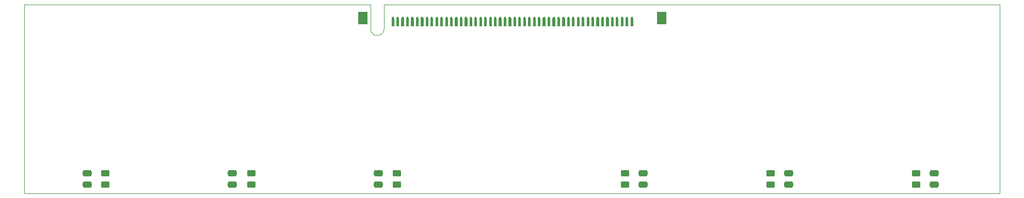
<source format=gbr>
%TF.GenerationSoftware,KiCad,Pcbnew,(7.0.0)*%
%TF.CreationDate,2023-07-14T10:40:59+02:00*%
%TF.ProjectId,RD53B_Quad_6DP_to_ERF8_Data_Adapter,52443533-425f-4517-9561-645f3644505f,V1*%
%TF.SameCoordinates,PX1767f18PY451e560*%
%TF.FileFunction,Paste,Bot*%
%TF.FilePolarity,Positive*%
%FSLAX46Y46*%
G04 Gerber Fmt 4.6, Leading zero omitted, Abs format (unit mm)*
G04 Created by KiCad (PCBNEW (7.0.0)) date 2023-07-14 10:40:59*
%MOMM*%
%LPD*%
G01*
G04 APERTURE LIST*
G04 Aperture macros list*
%AMRoundRect*
0 Rectangle with rounded corners*
0 $1 Rounding radius*
0 $2 $3 $4 $5 $6 $7 $8 $9 X,Y pos of 4 corners*
0 Add a 4 corners polygon primitive as box body*
4,1,4,$2,$3,$4,$5,$6,$7,$8,$9,$2,$3,0*
0 Add four circle primitives for the rounded corners*
1,1,$1+$1,$2,$3*
1,1,$1+$1,$4,$5*
1,1,$1+$1,$6,$7*
1,1,$1+$1,$8,$9*
0 Add four rect primitives between the rounded corners*
20,1,$1+$1,$2,$3,$4,$5,0*
20,1,$1+$1,$4,$5,$6,$7,0*
20,1,$1+$1,$6,$7,$8,$9,0*
20,1,$1+$1,$8,$9,$2,$3,0*%
G04 Aperture macros list end*
%ADD10C,0.010000*%
%ADD11R,1.500000X2.000000*%
%ADD12RoundRect,0.250000X-0.475000X0.250000X-0.475000X-0.250000X0.475000X-0.250000X0.475000X0.250000X0*%
%ADD13RoundRect,0.250000X-0.450000X0.262500X-0.450000X-0.262500X0.450000X-0.262500X0.450000X0.262500X0*%
%TA.AperFunction,Profile*%
%ADD14C,0.010000*%
%TD*%
G04 APERTURE END LIST*
%TO.C,J7*%
G36*
X60578000Y28775000D02*
G01*
X60578000Y27505000D01*
X60218000Y27505000D01*
X60218000Y28775000D01*
X60398000Y29035000D01*
X60578000Y28775000D01*
G37*
D10*
X60578000Y28775000D02*
X60578000Y27505000D01*
X60218000Y27505000D01*
X60218000Y28775000D01*
X60398000Y29035000D01*
X60578000Y28775000D01*
G36*
X61378000Y28775000D02*
G01*
X61378000Y27505000D01*
X61018000Y27505000D01*
X61018000Y28775000D01*
X61198000Y29035000D01*
X61378000Y28775000D01*
G37*
X61378000Y28775000D02*
X61378000Y27505000D01*
X61018000Y27505000D01*
X61018000Y28775000D01*
X61198000Y29035000D01*
X61378000Y28775000D01*
G36*
X62178000Y28775000D02*
G01*
X62178000Y27505000D01*
X61818000Y27505000D01*
X61818000Y28775000D01*
X61998000Y29035000D01*
X62178000Y28775000D01*
G37*
X62178000Y28775000D02*
X62178000Y27505000D01*
X61818000Y27505000D01*
X61818000Y28775000D01*
X61998000Y29035000D01*
X62178000Y28775000D01*
G36*
X62978000Y28775000D02*
G01*
X62978000Y27505000D01*
X62618000Y27505000D01*
X62618000Y28775000D01*
X62798000Y29035000D01*
X62978000Y28775000D01*
G37*
X62978000Y28775000D02*
X62978000Y27505000D01*
X62618000Y27505000D01*
X62618000Y28775000D01*
X62798000Y29035000D01*
X62978000Y28775000D01*
G36*
X63778000Y28775000D02*
G01*
X63778000Y27505000D01*
X63418000Y27505000D01*
X63418000Y28775000D01*
X63598000Y29035000D01*
X63778000Y28775000D01*
G37*
X63778000Y28775000D02*
X63778000Y27505000D01*
X63418000Y27505000D01*
X63418000Y28775000D01*
X63598000Y29035000D01*
X63778000Y28775000D01*
G36*
X64578000Y28775000D02*
G01*
X64578000Y27505000D01*
X64218000Y27505000D01*
X64218000Y28775000D01*
X64398000Y29035000D01*
X64578000Y28775000D01*
G37*
X64578000Y28775000D02*
X64578000Y27505000D01*
X64218000Y27505000D01*
X64218000Y28775000D01*
X64398000Y29035000D01*
X64578000Y28775000D01*
G36*
X65378000Y28775000D02*
G01*
X65378000Y27505000D01*
X65018000Y27505000D01*
X65018000Y28775000D01*
X65198000Y29035000D01*
X65378000Y28775000D01*
G37*
X65378000Y28775000D02*
X65378000Y27505000D01*
X65018000Y27505000D01*
X65018000Y28775000D01*
X65198000Y29035000D01*
X65378000Y28775000D01*
G36*
X66178000Y28775000D02*
G01*
X66178000Y27505000D01*
X65818000Y27505000D01*
X65818000Y28775000D01*
X65998000Y29035000D01*
X66178000Y28775000D01*
G37*
X66178000Y28775000D02*
X66178000Y27505000D01*
X65818000Y27505000D01*
X65818000Y28775000D01*
X65998000Y29035000D01*
X66178000Y28775000D01*
G36*
X66978000Y28775000D02*
G01*
X66978000Y27505000D01*
X66618000Y27505000D01*
X66618000Y28775000D01*
X66798000Y29035000D01*
X66978000Y28775000D01*
G37*
X66978000Y28775000D02*
X66978000Y27505000D01*
X66618000Y27505000D01*
X66618000Y28775000D01*
X66798000Y29035000D01*
X66978000Y28775000D01*
G36*
X67778000Y28775000D02*
G01*
X67778000Y27505000D01*
X67418000Y27505000D01*
X67418000Y28775000D01*
X67598000Y29035000D01*
X67778000Y28775000D01*
G37*
X67778000Y28775000D02*
X67778000Y27505000D01*
X67418000Y27505000D01*
X67418000Y28775000D01*
X67598000Y29035000D01*
X67778000Y28775000D01*
G36*
X68578000Y28775000D02*
G01*
X68578000Y27505000D01*
X68218000Y27505000D01*
X68218000Y28775000D01*
X68398000Y29035000D01*
X68578000Y28775000D01*
G37*
X68578000Y28775000D02*
X68578000Y27505000D01*
X68218000Y27505000D01*
X68218000Y28775000D01*
X68398000Y29035000D01*
X68578000Y28775000D01*
G36*
X69378000Y28775000D02*
G01*
X69378000Y27505000D01*
X69018000Y27505000D01*
X69018000Y28775000D01*
X69198000Y29035000D01*
X69378000Y28775000D01*
G37*
X69378000Y28775000D02*
X69378000Y27505000D01*
X69018000Y27505000D01*
X69018000Y28775000D01*
X69198000Y29035000D01*
X69378000Y28775000D01*
G36*
X70178000Y28775000D02*
G01*
X70178000Y27505000D01*
X69818000Y27505000D01*
X69818000Y28775000D01*
X69998000Y29035000D01*
X70178000Y28775000D01*
G37*
X70178000Y28775000D02*
X70178000Y27505000D01*
X69818000Y27505000D01*
X69818000Y28775000D01*
X69998000Y29035000D01*
X70178000Y28775000D01*
G36*
X70978000Y28775000D02*
G01*
X70978000Y27505000D01*
X70618000Y27505000D01*
X70618000Y28775000D01*
X70798000Y29035000D01*
X70978000Y28775000D01*
G37*
X70978000Y28775000D02*
X70978000Y27505000D01*
X70618000Y27505000D01*
X70618000Y28775000D01*
X70798000Y29035000D01*
X70978000Y28775000D01*
G36*
X71778000Y28775000D02*
G01*
X71778000Y27505000D01*
X71418000Y27505000D01*
X71418000Y28775000D01*
X71598000Y29035000D01*
X71778000Y28775000D01*
G37*
X71778000Y28775000D02*
X71778000Y27505000D01*
X71418000Y27505000D01*
X71418000Y28775000D01*
X71598000Y29035000D01*
X71778000Y28775000D01*
G36*
X72578000Y28775000D02*
G01*
X72578000Y27505000D01*
X72218000Y27505000D01*
X72218000Y28775000D01*
X72398000Y29035000D01*
X72578000Y28775000D01*
G37*
X72578000Y28775000D02*
X72578000Y27505000D01*
X72218000Y27505000D01*
X72218000Y28775000D01*
X72398000Y29035000D01*
X72578000Y28775000D01*
G36*
X73378000Y28775000D02*
G01*
X73378000Y27505000D01*
X73018000Y27505000D01*
X73018000Y28775000D01*
X73198000Y29035000D01*
X73378000Y28775000D01*
G37*
X73378000Y28775000D02*
X73378000Y27505000D01*
X73018000Y27505000D01*
X73018000Y28775000D01*
X73198000Y29035000D01*
X73378000Y28775000D01*
G36*
X74178000Y28775000D02*
G01*
X74178000Y27505000D01*
X73818000Y27505000D01*
X73818000Y28775000D01*
X73998000Y29035000D01*
X74178000Y28775000D01*
G37*
X74178000Y28775000D02*
X74178000Y27505000D01*
X73818000Y27505000D01*
X73818000Y28775000D01*
X73998000Y29035000D01*
X74178000Y28775000D01*
G36*
X74978000Y28775000D02*
G01*
X74978000Y27505000D01*
X74618000Y27505000D01*
X74618000Y28775000D01*
X74798000Y29035000D01*
X74978000Y28775000D01*
G37*
X74978000Y28775000D02*
X74978000Y27505000D01*
X74618000Y27505000D01*
X74618000Y28775000D01*
X74798000Y29035000D01*
X74978000Y28775000D01*
G36*
X75778000Y28775000D02*
G01*
X75778000Y27505000D01*
X75418000Y27505000D01*
X75418000Y28775000D01*
X75598000Y29035000D01*
X75778000Y28775000D01*
G37*
X75778000Y28775000D02*
X75778000Y27505000D01*
X75418000Y27505000D01*
X75418000Y28775000D01*
X75598000Y29035000D01*
X75778000Y28775000D01*
G36*
X76578000Y28775000D02*
G01*
X76578000Y27505000D01*
X76218000Y27505000D01*
X76218000Y28775000D01*
X76398000Y29035000D01*
X76578000Y28775000D01*
G37*
X76578000Y28775000D02*
X76578000Y27505000D01*
X76218000Y27505000D01*
X76218000Y28775000D01*
X76398000Y29035000D01*
X76578000Y28775000D01*
G36*
X77378000Y28775000D02*
G01*
X77378000Y27505000D01*
X77018000Y27505000D01*
X77018000Y28775000D01*
X77198000Y29035000D01*
X77378000Y28775000D01*
G37*
X77378000Y28775000D02*
X77378000Y27505000D01*
X77018000Y27505000D01*
X77018000Y28775000D01*
X77198000Y29035000D01*
X77378000Y28775000D01*
G36*
X78178000Y28775000D02*
G01*
X78178000Y27505000D01*
X77818000Y27505000D01*
X77818000Y28775000D01*
X77998000Y29035000D01*
X78178000Y28775000D01*
G37*
X78178000Y28775000D02*
X78178000Y27505000D01*
X77818000Y27505000D01*
X77818000Y28775000D01*
X77998000Y29035000D01*
X78178000Y28775000D01*
G36*
X78978000Y28775000D02*
G01*
X78978000Y27505000D01*
X78618000Y27505000D01*
X78618000Y28775000D01*
X78798000Y29035000D01*
X78978000Y28775000D01*
G37*
X78978000Y28775000D02*
X78978000Y27505000D01*
X78618000Y27505000D01*
X78618000Y28775000D01*
X78798000Y29035000D01*
X78978000Y28775000D01*
G36*
X79778000Y28775000D02*
G01*
X79778000Y27505000D01*
X79418000Y27505000D01*
X79418000Y28775000D01*
X79598000Y29035000D01*
X79778000Y28775000D01*
G37*
X79778000Y28775000D02*
X79778000Y27505000D01*
X79418000Y27505000D01*
X79418000Y28775000D01*
X79598000Y29035000D01*
X79778000Y28775000D01*
G36*
X80578000Y28775000D02*
G01*
X80578000Y27505000D01*
X80218000Y27505000D01*
X80218000Y28775000D01*
X80398000Y29035000D01*
X80578000Y28775000D01*
G37*
X80578000Y28775000D02*
X80578000Y27505000D01*
X80218000Y27505000D01*
X80218000Y28775000D01*
X80398000Y29035000D01*
X80578000Y28775000D01*
G36*
X81378000Y28775000D02*
G01*
X81378000Y27505000D01*
X81018000Y27505000D01*
X81018000Y28775000D01*
X81198000Y29035000D01*
X81378000Y28775000D01*
G37*
X81378000Y28775000D02*
X81378000Y27505000D01*
X81018000Y27505000D01*
X81018000Y28775000D01*
X81198000Y29035000D01*
X81378000Y28775000D01*
G36*
X82178000Y28775000D02*
G01*
X82178000Y27505000D01*
X81818000Y27505000D01*
X81818000Y28775000D01*
X81998000Y29035000D01*
X82178000Y28775000D01*
G37*
X82178000Y28775000D02*
X82178000Y27505000D01*
X81818000Y27505000D01*
X81818000Y28775000D01*
X81998000Y29035000D01*
X82178000Y28775000D01*
G36*
X82978000Y28775000D02*
G01*
X82978000Y27505000D01*
X82618000Y27505000D01*
X82618000Y28775000D01*
X82798000Y29035000D01*
X82978000Y28775000D01*
G37*
X82978000Y28775000D02*
X82978000Y27505000D01*
X82618000Y27505000D01*
X82618000Y28775000D01*
X82798000Y29035000D01*
X82978000Y28775000D01*
G36*
X83778000Y28775000D02*
G01*
X83778000Y27505000D01*
X83418000Y27505000D01*
X83418000Y28775000D01*
X83598000Y29035000D01*
X83778000Y28775000D01*
G37*
X83778000Y28775000D02*
X83778000Y27505000D01*
X83418000Y27505000D01*
X83418000Y28775000D01*
X83598000Y29035000D01*
X83778000Y28775000D01*
G36*
X84578000Y28775000D02*
G01*
X84578000Y27505000D01*
X84218000Y27505000D01*
X84218000Y28775000D01*
X84398000Y29035000D01*
X84578000Y28775000D01*
G37*
X84578000Y28775000D02*
X84578000Y27505000D01*
X84218000Y27505000D01*
X84218000Y28775000D01*
X84398000Y29035000D01*
X84578000Y28775000D01*
G36*
X85378000Y28775000D02*
G01*
X85378000Y27505000D01*
X85018000Y27505000D01*
X85018000Y28775000D01*
X85198000Y29035000D01*
X85378000Y28775000D01*
G37*
X85378000Y28775000D02*
X85378000Y27505000D01*
X85018000Y27505000D01*
X85018000Y28775000D01*
X85198000Y29035000D01*
X85378000Y28775000D01*
G36*
X86178000Y28775000D02*
G01*
X86178000Y27505000D01*
X85818000Y27505000D01*
X85818000Y28775000D01*
X85998000Y29035000D01*
X86178000Y28775000D01*
G37*
X86178000Y28775000D02*
X86178000Y27505000D01*
X85818000Y27505000D01*
X85818000Y28775000D01*
X85998000Y29035000D01*
X86178000Y28775000D01*
G36*
X86978000Y28775000D02*
G01*
X86978000Y27505000D01*
X86618000Y27505000D01*
X86618000Y28775000D01*
X86798000Y29035000D01*
X86978000Y28775000D01*
G37*
X86978000Y28775000D02*
X86978000Y27505000D01*
X86618000Y27505000D01*
X86618000Y28775000D01*
X86798000Y29035000D01*
X86978000Y28775000D01*
G36*
X87778000Y28775000D02*
G01*
X87778000Y27505000D01*
X87418000Y27505000D01*
X87418000Y28775000D01*
X87598000Y29035000D01*
X87778000Y28775000D01*
G37*
X87778000Y28775000D02*
X87778000Y27505000D01*
X87418000Y27505000D01*
X87418000Y28775000D01*
X87598000Y29035000D01*
X87778000Y28775000D01*
G36*
X88578000Y28775000D02*
G01*
X88578000Y27505000D01*
X88218000Y27505000D01*
X88218000Y28775000D01*
X88398000Y29035000D01*
X88578000Y28775000D01*
G37*
X88578000Y28775000D02*
X88578000Y27505000D01*
X88218000Y27505000D01*
X88218000Y28775000D01*
X88398000Y29035000D01*
X88578000Y28775000D01*
G36*
X89378000Y28775000D02*
G01*
X89378000Y27505000D01*
X89018000Y27505000D01*
X89018000Y28775000D01*
X89198000Y29035000D01*
X89378000Y28775000D01*
G37*
X89378000Y28775000D02*
X89378000Y27505000D01*
X89018000Y27505000D01*
X89018000Y28775000D01*
X89198000Y29035000D01*
X89378000Y28775000D01*
G36*
X90178000Y28775000D02*
G01*
X90178000Y27505000D01*
X89818000Y27505000D01*
X89818000Y28775000D01*
X89998000Y29035000D01*
X90178000Y28775000D01*
G37*
X90178000Y28775000D02*
X90178000Y27505000D01*
X89818000Y27505000D01*
X89818000Y28775000D01*
X89998000Y29035000D01*
X90178000Y28775000D01*
G36*
X90978000Y28775000D02*
G01*
X90978000Y27505000D01*
X90618000Y27505000D01*
X90618000Y28775000D01*
X90798000Y29035000D01*
X90978000Y28775000D01*
G37*
X90978000Y28775000D02*
X90978000Y27505000D01*
X90618000Y27505000D01*
X90618000Y28775000D01*
X90798000Y29035000D01*
X90978000Y28775000D01*
G36*
X91778000Y28775000D02*
G01*
X91778000Y27505000D01*
X91418000Y27505000D01*
X91418000Y28775000D01*
X91598000Y29035000D01*
X91778000Y28775000D01*
G37*
X91778000Y28775000D02*
X91778000Y27505000D01*
X91418000Y27505000D01*
X91418000Y28775000D01*
X91598000Y29035000D01*
X91778000Y28775000D01*
G36*
X92578000Y28775000D02*
G01*
X92578000Y27505000D01*
X92218000Y27505000D01*
X92218000Y28775000D01*
X92398000Y29035000D01*
X92578000Y28775000D01*
G37*
X92578000Y28775000D02*
X92578000Y27505000D01*
X92218000Y27505000D01*
X92218000Y28775000D01*
X92398000Y29035000D01*
X92578000Y28775000D01*
G36*
X93378000Y28775000D02*
G01*
X93378000Y27505000D01*
X93018000Y27505000D01*
X93018000Y28775000D01*
X93198000Y29035000D01*
X93378000Y28775000D01*
G37*
X93378000Y28775000D02*
X93378000Y27505000D01*
X93018000Y27505000D01*
X93018000Y28775000D01*
X93198000Y29035000D01*
X93378000Y28775000D01*
G36*
X94178000Y28775000D02*
G01*
X94178000Y27505000D01*
X93818000Y27505000D01*
X93818000Y28775000D01*
X93998000Y29035000D01*
X94178000Y28775000D01*
G37*
X94178000Y28775000D02*
X94178000Y27505000D01*
X93818000Y27505000D01*
X93818000Y28775000D01*
X93998000Y29035000D01*
X94178000Y28775000D01*
G36*
X94978000Y28775000D02*
G01*
X94978000Y27505000D01*
X94618000Y27505000D01*
X94618000Y28775000D01*
X94798000Y29035000D01*
X94978000Y28775000D01*
G37*
X94978000Y28775000D02*
X94978000Y27505000D01*
X94618000Y27505000D01*
X94618000Y28775000D01*
X94798000Y29035000D01*
X94978000Y28775000D01*
G36*
X95778000Y28775000D02*
G01*
X95778000Y27505000D01*
X95418000Y27505000D01*
X95418000Y28775000D01*
X95598000Y29035000D01*
X95778000Y28775000D01*
G37*
X95778000Y28775000D02*
X95778000Y27505000D01*
X95418000Y27505000D01*
X95418000Y28775000D01*
X95598000Y29035000D01*
X95778000Y28775000D01*
G36*
X96578000Y28775000D02*
G01*
X96578000Y27505000D01*
X96218000Y27505000D01*
X96218000Y28775000D01*
X96398000Y29035000D01*
X96578000Y28775000D01*
G37*
X96578000Y28775000D02*
X96578000Y27505000D01*
X96218000Y27505000D01*
X96218000Y28775000D01*
X96398000Y29035000D01*
X96578000Y28775000D01*
G36*
X97378000Y28775000D02*
G01*
X97378000Y27505000D01*
X97018000Y27505000D01*
X97018000Y28775000D01*
X97198000Y29035000D01*
X97378000Y28775000D01*
G37*
X97378000Y28775000D02*
X97378000Y27505000D01*
X97018000Y27505000D01*
X97018000Y28775000D01*
X97198000Y29035000D01*
X97378000Y28775000D01*
G36*
X98178000Y28775000D02*
G01*
X98178000Y27505000D01*
X97818000Y27505000D01*
X97818000Y28775000D01*
X97998000Y29035000D01*
X98178000Y28775000D01*
G37*
X98178000Y28775000D02*
X98178000Y27505000D01*
X97818000Y27505000D01*
X97818000Y28775000D01*
X97998000Y29035000D01*
X98178000Y28775000D01*
G36*
X98978000Y28775000D02*
G01*
X98978000Y27505000D01*
X98618000Y27505000D01*
X98618000Y28775000D01*
X98798000Y29035000D01*
X98978000Y28775000D01*
G37*
X98978000Y28775000D02*
X98978000Y27505000D01*
X98618000Y27505000D01*
X98618000Y28775000D01*
X98798000Y29035000D01*
X98978000Y28775000D01*
G36*
X99778000Y28775000D02*
G01*
X99778000Y27505000D01*
X99418000Y27505000D01*
X99418000Y28775000D01*
X99598000Y29035000D01*
X99778000Y28775000D01*
G37*
X99778000Y28775000D02*
X99778000Y27505000D01*
X99418000Y27505000D01*
X99418000Y28775000D01*
X99598000Y29035000D01*
X99778000Y28775000D01*
%TD*%
D11*
%TO.C,J7*%
X55497999Y28804999D03*
X104497999Y28804999D03*
%TD*%
D12*
%TO.C,C12*%
X149278000Y3285000D03*
X149278000Y1385000D03*
%TD*%
D13*
%TO.C,R3*%
X61084000Y3247500D03*
X61084000Y1422500D03*
%TD*%
%TO.C,R6*%
X146278000Y3247500D03*
X146278000Y1422500D03*
%TD*%
%TO.C,R4*%
X98482000Y3247500D03*
X98482000Y1422500D03*
%TD*%
%TO.C,R2*%
X37184000Y3247500D03*
X37184000Y1422500D03*
%TD*%
%TO.C,R1*%
X13288000Y3247500D03*
X13288000Y1422500D03*
%TD*%
D12*
%TO.C,C8*%
X34125000Y3285000D03*
X34125000Y1385000D03*
%TD*%
%TO.C,C7*%
X10288000Y3285000D03*
X10288000Y1385000D03*
%TD*%
%TO.C,C9*%
X58084000Y3285000D03*
X58084000Y1385000D03*
%TD*%
D13*
%TO.C,R5*%
X122380000Y3247500D03*
X122380000Y1422500D03*
%TD*%
D12*
%TO.C,C11*%
X125380000Y3285000D03*
X125380000Y1385000D03*
%TD*%
%TO.C,C10*%
X101482000Y3285000D03*
X101482000Y1385000D03*
%TD*%
D14*
X-2000Y31005000D02*
X-2000Y5000D01*
X159998000Y31005000D02*
X159998000Y5000D01*
X105998000Y31005000D02*
X159998000Y31005000D01*
X53998000Y31005000D02*
X-2000Y31005000D01*
X-2000Y5000D02*
X159998000Y5000D01*
%TO.C,J7*%
X56778000Y31005000D02*
X53998000Y31005000D01*
X56778000Y27005000D02*
X56778000Y31005000D01*
X58998000Y31005000D02*
X58998000Y27005000D01*
X105998000Y31005000D02*
X58998000Y31005000D01*
X56778000Y27005000D02*
G75*
G03*
X57888000Y25895000I1109998J-2D01*
G01*
X57888000Y25895000D02*
G75*
G03*
X58998000Y27005000I2J1109998D01*
G01*
%TD*%
M02*

</source>
